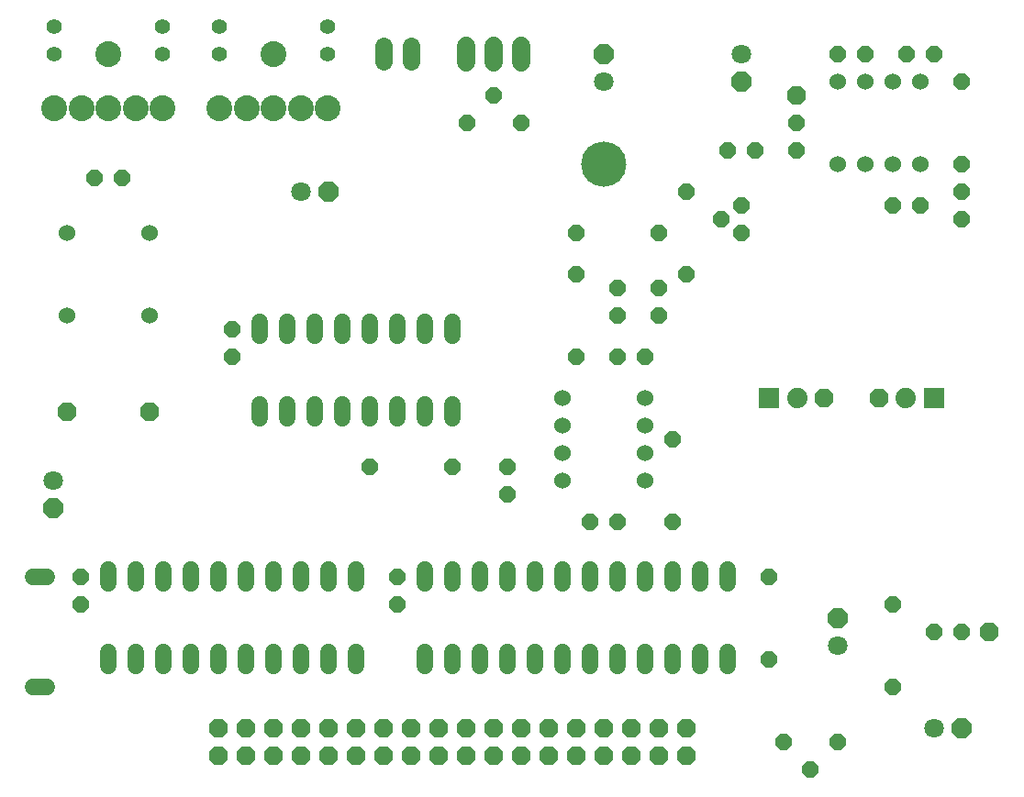
<source format=gts>
G04 EAGLE Gerber RS-274X export*
G75*
%MOMM*%
%FSLAX34Y34*%
%LPD*%
%INSoldermask Top*%
%IPPOS*%
%AMOC8*
5,1,8,0,0,1.08239X$1,22.5*%
G01*
%ADD10P,1.649562X8X292.500000*%
%ADD11P,1.951982X8X292.500000*%
%ADD12C,1.803400*%
%ADD13P,1.649562X8X202.500000*%
%ADD14C,1.524000*%
%ADD15P,1.649562X8X22.500000*%
%ADD16P,1.951982X8X112.500000*%
%ADD17P,1.649562X8X112.500000*%
%ADD18C,1.625600*%
%ADD19C,2.387600*%
%ADD20C,1.403200*%
%ADD21P,1.869504X8X22.500000*%
%ADD22P,1.951982X8X22.500000*%
%ADD23C,4.165600*%
%ADD24P,1.869504X8X202.500000*%
%ADD25C,1.524000*%
%ADD26C,1.727200*%
%ADD27R,1.917700X1.917700*%
%ADD28C,1.879600*%


D10*
X368300Y215900D03*
X368300Y190500D03*
D11*
X50800Y279400D03*
D12*
X50800Y304800D03*
D13*
X432054Y635000D03*
X482346Y635000D03*
X457200Y660400D03*
X698500Y609600D03*
X673100Y609600D03*
D14*
X774700Y596900D03*
X800100Y596900D03*
X800100Y673100D03*
X774700Y673100D03*
X825500Y596900D03*
X850900Y596900D03*
X825500Y673100D03*
X850900Y673100D03*
D13*
X800100Y698500D03*
X774700Y698500D03*
D10*
X736600Y635000D03*
X736600Y609600D03*
D15*
X838200Y698500D03*
X863600Y698500D03*
D16*
X558800Y698500D03*
D12*
X558800Y673100D03*
D17*
X889000Y596900D03*
X889000Y673100D03*
D10*
X889000Y571500D03*
X889000Y546100D03*
D18*
X381000Y691388D02*
X381000Y705612D01*
X355600Y705612D02*
X355600Y691388D01*
D19*
X254000Y698500D03*
X279000Y648500D03*
X304000Y648500D03*
X229000Y648500D03*
X204000Y648500D03*
D20*
X304000Y698500D03*
X304000Y723500D03*
X204000Y723500D03*
X204000Y698500D03*
D19*
X253600Y648500D03*
D21*
X736600Y660400D03*
D10*
X825500Y190500D03*
X825500Y114300D03*
D22*
X889000Y76200D03*
D12*
X863600Y76200D03*
D16*
X774700Y177800D03*
D12*
X774700Y152400D03*
D15*
X863600Y165100D03*
X889000Y165100D03*
D19*
X101600Y698500D03*
X126600Y648500D03*
X151600Y648500D03*
X76600Y648500D03*
X51600Y648500D03*
D20*
X151600Y698500D03*
X151600Y723500D03*
X51600Y723500D03*
X51600Y698500D03*
D19*
X101200Y648500D03*
D21*
X914400Y165100D03*
D10*
X622300Y342900D03*
X622300Y266700D03*
D13*
X571500Y266700D03*
X546100Y266700D03*
D14*
X520700Y381000D03*
X520700Y355600D03*
X596900Y355600D03*
X596900Y381000D03*
X520700Y330200D03*
X520700Y304800D03*
X596900Y330200D03*
X596900Y304800D03*
D10*
X571500Y482600D03*
X571500Y457200D03*
D17*
X533400Y419100D03*
X533400Y495300D03*
X609600Y457200D03*
X609600Y482600D03*
D13*
X596900Y419100D03*
X571500Y419100D03*
X419100Y317500D03*
X342900Y317500D03*
D10*
X469900Y317500D03*
X469900Y292100D03*
D22*
X304800Y571500D03*
D12*
X279400Y571500D03*
D15*
X533400Y533400D03*
X609600Y533400D03*
X825500Y558800D03*
X850900Y558800D03*
D10*
X76200Y215900D03*
X76200Y190500D03*
D23*
X558800Y596900D03*
D24*
X635000Y76200D03*
X609600Y76200D03*
X584200Y76200D03*
X558800Y76200D03*
X533400Y76200D03*
X508000Y76200D03*
X635000Y50800D03*
X609600Y50800D03*
X584200Y50800D03*
X558800Y50800D03*
X533400Y50800D03*
X508000Y50800D03*
X482600Y76200D03*
X482600Y50800D03*
X457200Y76200D03*
X431800Y76200D03*
X406400Y76200D03*
X381000Y76200D03*
X355600Y76200D03*
X330200Y76200D03*
X457200Y50800D03*
X431800Y50800D03*
X406400Y50800D03*
X381000Y50800D03*
X355600Y50800D03*
X330200Y50800D03*
X304800Y76200D03*
X304800Y50800D03*
X279400Y76200D03*
X254000Y76200D03*
X228600Y76200D03*
X203200Y76200D03*
X279400Y50800D03*
X254000Y50800D03*
X228600Y50800D03*
X203200Y50800D03*
D25*
X44704Y114300D02*
X31496Y114300D01*
X31496Y215900D02*
X44704Y215900D01*
D26*
X482600Y690880D02*
X482600Y706120D01*
X457200Y706120D02*
X457200Y690880D01*
X431800Y690880D02*
X431800Y706120D01*
D25*
X393700Y146304D02*
X393700Y133096D01*
X419100Y133096D02*
X419100Y146304D01*
X444500Y146304D02*
X444500Y133096D01*
X469900Y133096D02*
X469900Y146304D01*
X495300Y146304D02*
X495300Y133096D01*
X520700Y133096D02*
X520700Y146304D01*
X546100Y146304D02*
X546100Y133096D01*
X571500Y133096D02*
X571500Y146304D01*
X596900Y146304D02*
X596900Y133096D01*
X622300Y133096D02*
X622300Y146304D01*
X647700Y146304D02*
X647700Y133096D01*
X673100Y133096D02*
X673100Y146304D01*
X673100Y209296D02*
X673100Y222504D01*
X647700Y222504D02*
X647700Y209296D01*
X622300Y209296D02*
X622300Y222504D01*
X596900Y222504D02*
X596900Y209296D01*
X571500Y209296D02*
X571500Y222504D01*
X546100Y222504D02*
X546100Y209296D01*
X520700Y209296D02*
X520700Y222504D01*
X495300Y222504D02*
X495300Y209296D01*
X469900Y209296D02*
X469900Y222504D01*
X444500Y222504D02*
X444500Y209296D01*
X419100Y209296D02*
X419100Y222504D01*
X393700Y222504D02*
X393700Y209296D01*
D15*
X774446Y63500D03*
X724154Y63500D03*
X749300Y38100D03*
D27*
X711200Y381000D03*
X863600Y381000D03*
D28*
X737400Y381000D03*
X837400Y381000D03*
D21*
X812800Y381000D03*
X762000Y381000D03*
D25*
X241300Y374904D02*
X241300Y361696D01*
X266700Y361696D02*
X266700Y374904D01*
X393700Y374904D02*
X393700Y361696D01*
X419100Y361696D02*
X419100Y374904D01*
X292100Y374904D02*
X292100Y361696D01*
X317500Y361696D02*
X317500Y374904D01*
X368300Y374904D02*
X368300Y361696D01*
X342900Y361696D02*
X342900Y374904D01*
X419100Y437896D02*
X419100Y451104D01*
X393700Y451104D02*
X393700Y437896D01*
X368300Y437896D02*
X368300Y451104D01*
X342900Y451104D02*
X342900Y437896D01*
X317500Y437896D02*
X317500Y451104D01*
X292100Y451104D02*
X292100Y437896D01*
X266700Y437896D02*
X266700Y451104D01*
X241300Y451104D02*
X241300Y437896D01*
D14*
X63500Y533400D03*
X63500Y457200D03*
X139700Y457200D03*
X139700Y533400D03*
D21*
X139700Y368300D03*
X63500Y368300D03*
D25*
X101600Y146304D02*
X101600Y133096D01*
X127000Y133096D02*
X127000Y146304D01*
X254000Y146304D02*
X254000Y133096D01*
X279400Y133096D02*
X279400Y146304D01*
X152400Y146304D02*
X152400Y133096D01*
X177800Y133096D02*
X177800Y146304D01*
X228600Y146304D02*
X228600Y133096D01*
X203200Y133096D02*
X203200Y146304D01*
X304800Y146304D02*
X304800Y133096D01*
X330200Y133096D02*
X330200Y146304D01*
X330200Y209296D02*
X330200Y222504D01*
X304800Y222504D02*
X304800Y209296D01*
X279400Y209296D02*
X279400Y222504D01*
X254000Y222504D02*
X254000Y209296D01*
X228600Y209296D02*
X228600Y222504D01*
X203200Y222504D02*
X203200Y209296D01*
X177800Y209296D02*
X177800Y222504D01*
X152400Y222504D02*
X152400Y209296D01*
X127000Y209296D02*
X127000Y222504D01*
X101600Y222504D02*
X101600Y209296D01*
D10*
X215900Y444500D03*
X215900Y419100D03*
D13*
X114300Y584200D03*
X88900Y584200D03*
D17*
X685800Y558800D03*
X666750Y546100D03*
X685800Y533400D03*
D10*
X635000Y571500D03*
X635000Y495300D03*
D11*
X685800Y673100D03*
D12*
X685800Y698500D03*
D10*
X711200Y215900D03*
X711200Y139700D03*
M02*

</source>
